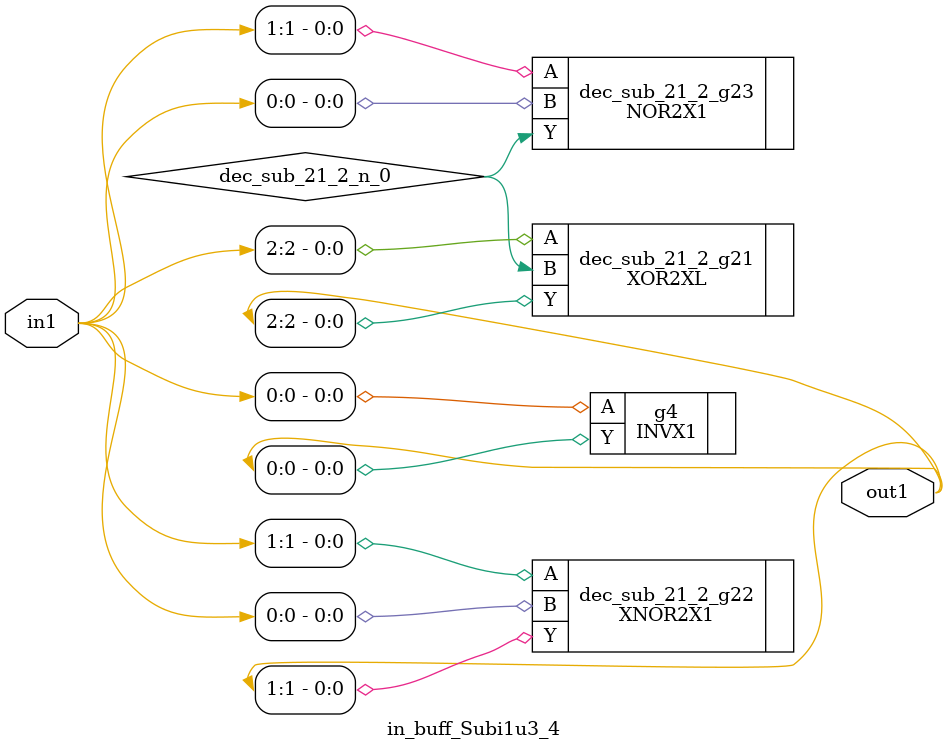
<source format=v>
`timescale 1ps / 1ps


module in_buff_Subi1u3_4(in1, out1);
  input [2:0] in1;
  output [2:0] out1;
  wire [2:0] in1;
  wire [2:0] out1;
  wire dec_sub_21_2_n_0;
  INVX1 g4(.A (in1[0]), .Y (out1[0]));
  XOR2XL dec_sub_21_2_g21(.A (in1[2]), .B (dec_sub_21_2_n_0), .Y
       (out1[2]));
  XNOR2X1 dec_sub_21_2_g22(.A (in1[1]), .B (in1[0]), .Y (out1[1]));
  NOR2X1 dec_sub_21_2_g23(.A (in1[1]), .B (in1[0]), .Y
       (dec_sub_21_2_n_0));
endmodule



</source>
